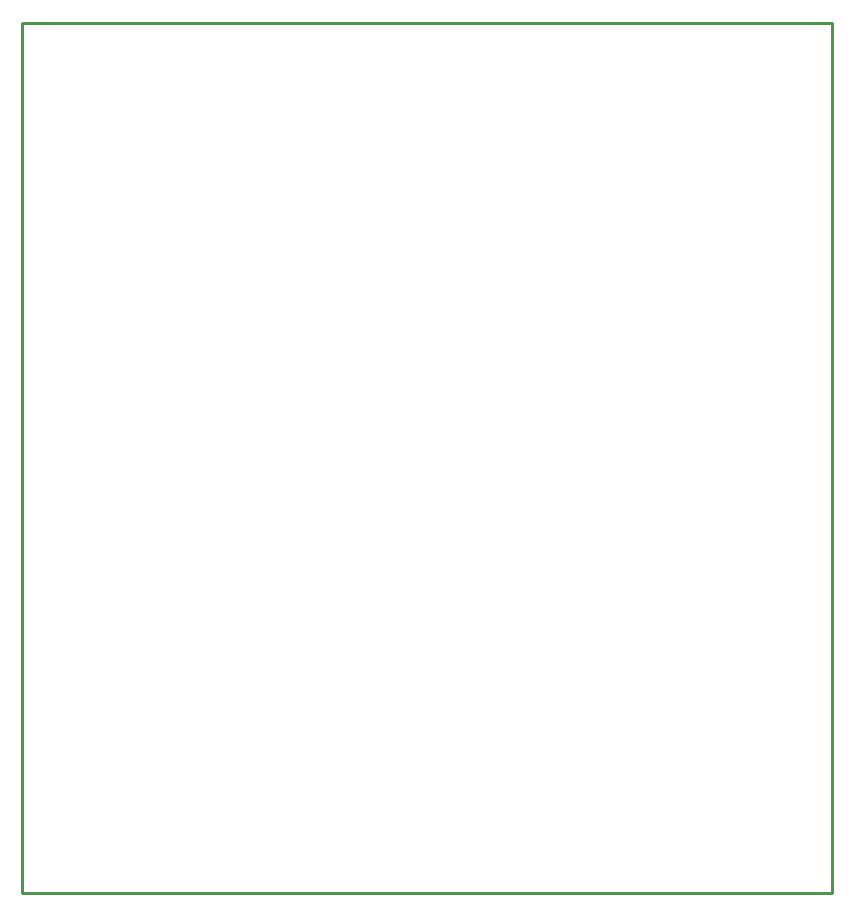
<source format=gko>
G04 EAGLE Gerber RS-274X export*
G75*
%MOMM*%
%FSLAX34Y34*%
%LPD*%
%INBoard Outline*%
%IPPOS*%
%AMOC8*
5,1,8,0,0,1.08239X$1,22.5*%
G01*
%ADD10C,0.000000*%
%ADD11C,0.254000*%


D10*
X0Y0D02*
X685800Y0D01*
X685800Y736600D01*
X0Y736600D01*
X0Y0D01*
D11*
X0Y0D02*
X685800Y0D01*
X685800Y736600D01*
X0Y736600D01*
X0Y0D01*
M02*

</source>
